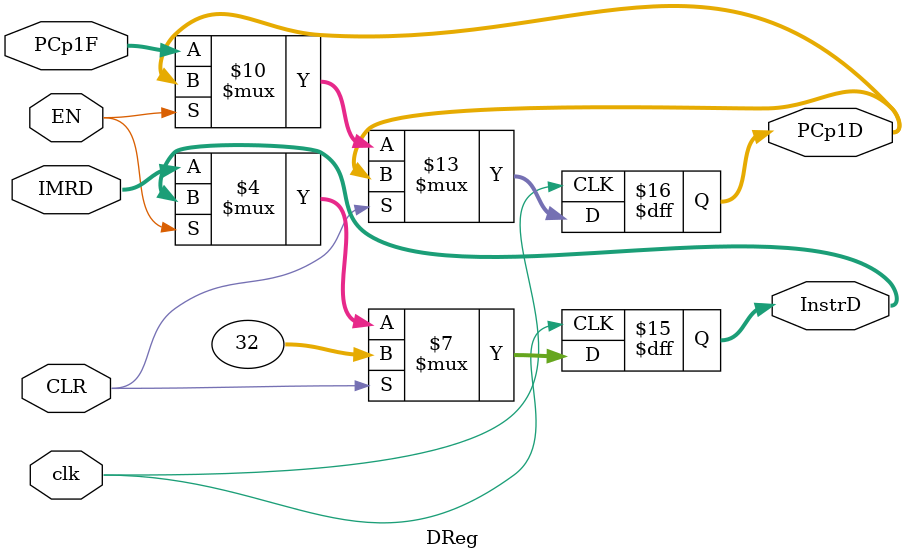
<source format=v>
`timescale 1ns / 1ps

module DReg(
    input clk,
    input EN,
    input CLR,
    input [31:0] IMRD,
    input [31:0] PCp1F,
    output reg [31:0] InstrD,
    output reg [31:0] PCp1D
    );
    
    always @(posedge clk) begin
        if (CLR) begin
            InstrD <= 32'b00000000000000000000000000100000;
        end
        else if (EN == 1) begin
            InstrD <= InstrD;
            PCp1D <= PCp1D;
        end     
        else begin
            InstrD <= IMRD;
            PCp1D <= PCp1F;
        end
    end
endmodule

</source>
